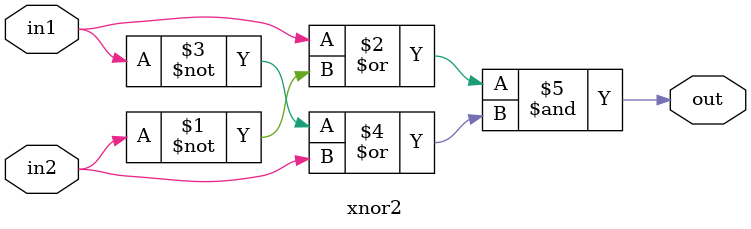
<source format=v>
`timescale 1ns / 1ps


module xnor2(
    input in1,
    input in2,
    output out
    );
    
    assign out = (in1|(~in2)) & ((~in1)|in2);
  
endmodule

</source>
